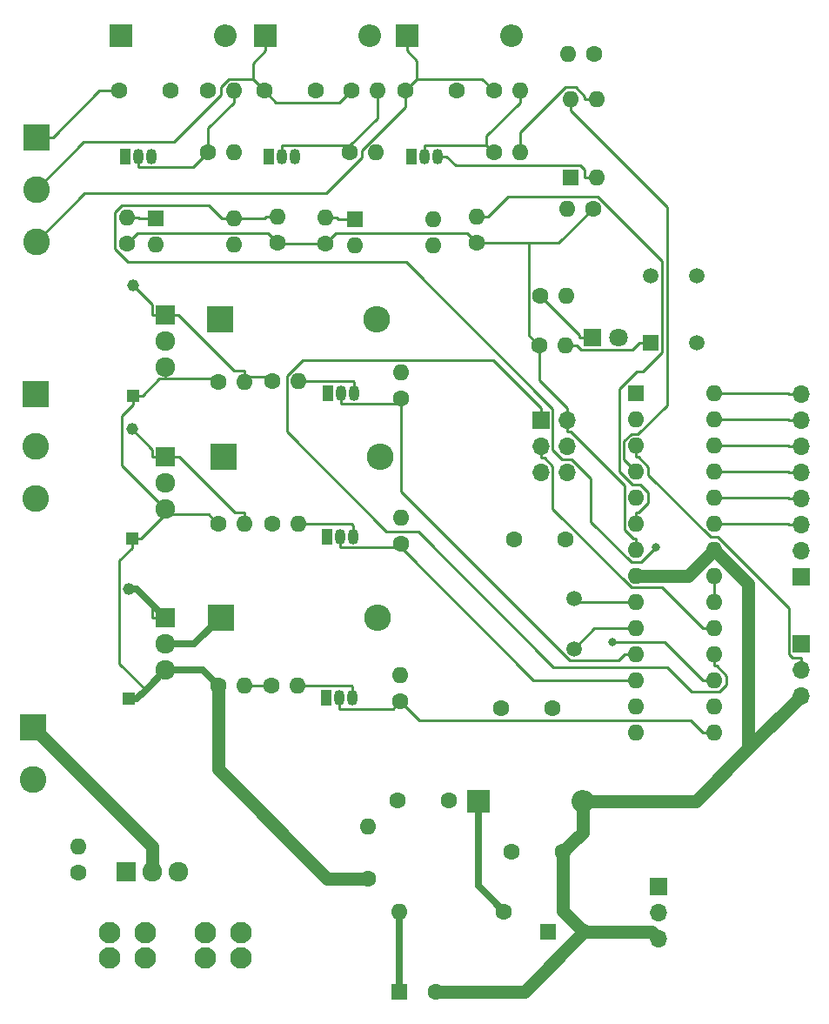
<source format=gbr>
%TF.GenerationSoftware,KiCad,Pcbnew,7.0.1*%
%TF.CreationDate,2023-05-14T18:13:28-07:00*%
%TF.ProjectId,BasicBitch328pThingy,42617369-6342-4697-9463-683332387054,rev?*%
%TF.SameCoordinates,Original*%
%TF.FileFunction,Copper,L2,Bot*%
%TF.FilePolarity,Positive*%
%FSLAX46Y46*%
G04 Gerber Fmt 4.6, Leading zero omitted, Abs format (unit mm)*
G04 Created by KiCad (PCBNEW 7.0.1) date 2023-05-14 18:13:28*
%MOMM*%
%LPD*%
G01*
G04 APERTURE LIST*
%TA.AperFunction,ComponentPad*%
%ADD10R,1.050000X1.500000*%
%TD*%
%TA.AperFunction,ComponentPad*%
%ADD11O,1.050000X1.500000*%
%TD*%
%TA.AperFunction,ComponentPad*%
%ADD12C,1.600000*%
%TD*%
%TA.AperFunction,ComponentPad*%
%ADD13O,1.600000X1.600000*%
%TD*%
%TA.AperFunction,ComponentPad*%
%ADD14R,2.600000X2.600000*%
%TD*%
%TA.AperFunction,ComponentPad*%
%ADD15C,2.600000*%
%TD*%
%TA.AperFunction,ComponentPad*%
%ADD16R,1.700000X1.700000*%
%TD*%
%TA.AperFunction,ComponentPad*%
%ADD17O,1.700000X1.700000*%
%TD*%
%TA.AperFunction,ComponentPad*%
%ADD18R,1.600000X1.600000*%
%TD*%
%TA.AperFunction,ComponentPad*%
%ADD19O,2.600000X2.600000*%
%TD*%
%TA.AperFunction,ComponentPad*%
%ADD20R,1.150000X1.150000*%
%TD*%
%TA.AperFunction,ComponentPad*%
%ADD21C,1.150000*%
%TD*%
%TA.AperFunction,ComponentPad*%
%ADD22R,1.500000X1.500000*%
%TD*%
%TA.AperFunction,ComponentPad*%
%ADD23C,1.500000*%
%TD*%
%TA.AperFunction,ComponentPad*%
%ADD24R,1.920000X1.920000*%
%TD*%
%TA.AperFunction,ComponentPad*%
%ADD25C,1.920000*%
%TD*%
%TA.AperFunction,ComponentPad*%
%ADD26R,1.800000X1.800000*%
%TD*%
%TA.AperFunction,ComponentPad*%
%ADD27C,1.800000*%
%TD*%
%TA.AperFunction,ComponentPad*%
%ADD28C,2.100000*%
%TD*%
%TA.AperFunction,ComponentPad*%
%ADD29R,2.200000X2.200000*%
%TD*%
%TA.AperFunction,ComponentPad*%
%ADD30O,2.200000X2.200000*%
%TD*%
%TA.AperFunction,ViaPad*%
%ADD31C,0.800000*%
%TD*%
%TA.AperFunction,Conductor*%
%ADD32C,0.250000*%
%TD*%
%TA.AperFunction,Conductor*%
%ADD33C,1.270000*%
%TD*%
%TA.AperFunction,Conductor*%
%ADD34C,0.635000*%
%TD*%
G04 APERTURE END LIST*
D10*
%TO.P,Q4,1,S*%
%TO.N,GND*%
X122231400Y-62823200D03*
D11*
%TO.P,Q4,2,G*%
%TO.N,Net-(D3-A)*%
X123501400Y-62823200D03*
%TO.P,Q4,3,D*%
%TO.N,Net-(Q4-D)*%
X124771400Y-62823200D03*
%TD*%
D12*
%TO.P,R12,1*%
%TO.N,Net-(Q7-Pad1)*%
X122529500Y-98617400D03*
D13*
%TO.P,R12,2*%
%TO.N,Net-(Q6-D)*%
X125069500Y-98617400D03*
%TD*%
D14*
%TO.P,P1,1,Pin_1*%
%TO.N,Net-(P1-Pin_1)*%
X99267300Y-118419900D03*
D15*
%TO.P,P1,2,Pin_2*%
%TO.N,GND*%
X99267300Y-123499900D03*
%TD*%
D16*
%TO.P,J4,1,Pin_1*%
%TO.N,D8*%
X174006800Y-103743400D03*
D17*
%TO.P,J4,2,Pin_2*%
%TO.N,D10*%
X174006800Y-101203400D03*
%TO.P,J4,3,Pin_3*%
%TO.N,A0*%
X174006800Y-98663400D03*
%TO.P,J4,4,Pin_4*%
%TO.N,A1*%
X174006800Y-96123400D03*
%TO.P,J4,5,Pin_5*%
%TO.N,A2*%
X174006800Y-93583400D03*
%TO.P,J4,6,Pin_6*%
%TO.N,A3*%
X174006800Y-91043400D03*
%TO.P,J4,7,Pin_7*%
%TO.N,A4*%
X174006800Y-88503400D03*
%TO.P,J4,8,Pin_8*%
%TO.N,A5*%
X174006800Y-85963400D03*
%TD*%
D12*
%TO.P,C5,1*%
%TO.N,Net-(IC1-~{SHUTDOWN}{slash}SOFT-START)*%
X145828600Y-130529000D03*
%TO.P,C5,2*%
%TO.N,GND*%
X150828600Y-130529000D03*
%TD*%
D18*
%TO.P,C7,1*%
%TO.N,+5V*%
X134946200Y-144099100D03*
D12*
%TO.P,C7,2*%
%TO.N,GND*%
X138446200Y-144099100D03*
%TD*%
%TO.P,R15,1*%
%TO.N,Net-(D7-K)*%
X148641100Y-76394400D03*
D13*
%TO.P,R15,2*%
%TO.N,GND*%
X151181100Y-76394400D03*
%TD*%
D14*
%TO.P,D2,1,K*%
%TO.N,/Output/Output*%
X117493300Y-78676900D03*
D19*
%TO.P,D2,2,A*%
%TO.N,GND*%
X132733300Y-78676900D03*
%TD*%
D20*
%TO.P,Z1,1*%
%TO.N,+VDC*%
X108992100Y-86114500D03*
D21*
%TO.P,Z1,2*%
%TO.N,Net-(Q3-Pad1)*%
X108992100Y-75414500D03*
%TD*%
D12*
%TO.P,R8,1*%
%TO.N,/Input2/Input*%
X144126800Y-56452900D03*
D13*
%TO.P,R8,2*%
%TO.N,Net-(D4-A)*%
X146666800Y-56452900D03*
%TD*%
D22*
%TO.P,S1,1,NO_1*%
%TO.N,Reset*%
X159376100Y-80957600D03*
D23*
%TO.P,S1,2,NO_2*%
%TO.N,unconnected-(S1-NO_2-Pad2)*%
X159376100Y-74457600D03*
%TO.P,S1,3,COM_1*%
%TO.N,GND*%
X163876100Y-80957600D03*
%TO.P,S1,4,COM_2*%
%TO.N,unconnected-(S1-COM_2-Pad4)*%
X163876100Y-74457600D03*
%TD*%
D12*
%TO.P,R23,1*%
%TO.N,+5V*%
X108389200Y-71333400D03*
D13*
%TO.P,R23,2*%
%TO.N,Net-(R23-Pad2)*%
X108389200Y-68793400D03*
%TD*%
D24*
%TO.P,Q10,1*%
%TO.N,Net-(Q10-Pad1)*%
X112151800Y-107751900D03*
D25*
%TO.P,Q10,2*%
%TO.N,/Output2/Output*%
X112151800Y-110291900D03*
%TO.P,Q10,3*%
%TO.N,+VDC*%
X112151800Y-112831900D03*
%TD*%
D18*
%TO.P,C6,1*%
%TO.N,+VDC*%
X149389100Y-138315000D03*
D12*
%TO.P,C6,2*%
%TO.N,GND*%
X152889100Y-138315000D03*
%TD*%
D24*
%TO.P,Q7,1*%
%TO.N,Net-(Q7-Pad1)*%
X112173000Y-92048800D03*
D25*
%TO.P,Q7,2*%
%TO.N,/Output1/Output*%
X112173000Y-94588800D03*
%TO.P,Q7,3*%
%TO.N,+VDC*%
X112173000Y-97128800D03*
%TD*%
D12*
%TO.P,R13,1*%
%TO.N,Net-(Q8-Pad1)*%
X103661100Y-132576500D03*
D13*
%TO.P,R13,2*%
%TO.N,GND*%
X103661100Y-130036500D03*
%TD*%
D12*
%TO.P,R11,1*%
%TO.N,+VDC*%
X117301200Y-98617400D03*
D13*
%TO.P,R11,2*%
%TO.N,Net-(Q7-Pad1)*%
X119841200Y-98617400D03*
%TD*%
D24*
%TO.P,Q3,1*%
%TO.N,Net-(Q3-Pad1)*%
X112126700Y-78247700D03*
D25*
%TO.P,Q3,2*%
%TO.N,/Output/Output*%
X112126700Y-80787700D03*
%TO.P,Q3,3*%
%TO.N,+VDC*%
X112126700Y-83327700D03*
%TD*%
D20*
%TO.P,Z3,1*%
%TO.N,+VDC*%
X108613400Y-115605500D03*
D21*
%TO.P,Z3,2*%
%TO.N,Net-(Q10-Pad1)*%
X108613400Y-104905500D03*
%TD*%
D12*
%TO.P,C1,1*%
%TO.N,/Input/Input*%
X107663600Y-56452900D03*
%TO.P,C1,2*%
%TO.N,GND*%
X112663600Y-56452900D03*
%TD*%
D18*
%TO.P,U4,1*%
%TO.N,Net-(R24-Pad2)*%
X130547400Y-68965700D03*
D13*
%TO.P,U4,2*%
%TO.N,Net-(Q4-D)*%
X130547400Y-71505700D03*
%TO.P,U4,3*%
%TO.N,GND*%
X138167400Y-71505700D03*
%TO.P,U4,4*%
%TO.N,Input2*%
X138167400Y-68965700D03*
%TD*%
D18*
%TO.P,U1,1,~{RESET}/PC6*%
%TO.N,Reset*%
X157950500Y-85892000D03*
D13*
%TO.P,U1,2,PD0*%
%TO.N,RXttl*%
X157950500Y-88432000D03*
%TO.P,U1,3,PD1*%
%TO.N,TXttl*%
X157950500Y-90972000D03*
%TO.P,U1,4,PD2*%
%TO.N,Input3*%
X157950500Y-93512000D03*
%TO.P,U1,5,PD3*%
%TO.N,Input1*%
X157950500Y-96052000D03*
%TO.P,U1,6,PD4*%
%TO.N,Input2*%
X157950500Y-98592000D03*
%TO.P,U1,7,VCC*%
%TO.N,+5V*%
X157950500Y-101132000D03*
%TO.P,U1,8,GND*%
%TO.N,GND*%
X157950500Y-103672000D03*
%TO.P,U1,9,XTAL1/PB6*%
%TO.N,Net-(U1-XTAL1{slash}PB6)*%
X157950500Y-106212000D03*
%TO.P,U1,10,XTAL2/PB7*%
%TO.N,Net-(U1-XTAL2{slash}PB7)*%
X157950500Y-108752000D03*
%TO.P,U1,11,PD5*%
%TO.N,Output1*%
X157950500Y-111292000D03*
%TO.P,U1,12,PD6*%
%TO.N,Output2*%
X157950500Y-113832000D03*
%TO.P,U1,13,PD7*%
%TO.N,LED*%
X157950500Y-116372000D03*
%TO.P,U1,14,PB0*%
%TO.N,D8*%
X157950500Y-118912000D03*
%TO.P,U1,15,PB1*%
%TO.N,Output3*%
X165570500Y-118912000D03*
%TO.P,U1,16,PB2*%
%TO.N,D10*%
X165570500Y-116372000D03*
%TO.P,U1,17,PB3*%
%TO.N,MOSI*%
X165570500Y-113832000D03*
%TO.P,U1,18,PB4*%
%TO.N,MISO*%
X165570500Y-111292000D03*
%TO.P,U1,19,PB5*%
%TO.N,SCK*%
X165570500Y-108752000D03*
%TO.P,U1,20,AVCC*%
%TO.N,+5V*%
X165570500Y-106212000D03*
%TO.P,U1,21,AREF*%
X165570500Y-103672000D03*
%TO.P,U1,22,GND*%
%TO.N,GND*%
X165570500Y-101132000D03*
%TO.P,U1,23,PC0*%
%TO.N,A0*%
X165570500Y-98592000D03*
%TO.P,U1,24,PC1*%
%TO.N,A1*%
X165570500Y-96052000D03*
%TO.P,U1,25,PC2*%
%TO.N,A2*%
X165570500Y-93512000D03*
%TO.P,U1,26,PC3*%
%TO.N,A3*%
X165570500Y-90972000D03*
%TO.P,U1,27,PC4*%
%TO.N,A4*%
X165570500Y-88432000D03*
%TO.P,U1,28,PC5*%
%TO.N,A5*%
X165570500Y-85892000D03*
%TD*%
D26*
%TO.P,D7,1,K*%
%TO.N,Net-(D7-K)*%
X153666000Y-80451800D03*
D27*
%TO.P,D7,2,A*%
%TO.N,LED*%
X156206000Y-80451800D03*
%TD*%
D16*
%TO.P,J1,1,Pin_1*%
%TO.N,+VDC*%
X160144200Y-133936100D03*
D17*
%TO.P,J1,2,Pin_2*%
%TO.N,+5V*%
X160144200Y-136476100D03*
%TO.P,J1,3,Pin_3*%
%TO.N,GND*%
X160144200Y-139016100D03*
%TD*%
D10*
%TO.P,Q6,1,S*%
%TO.N,GND*%
X127879000Y-99839800D03*
D11*
%TO.P,Q6,2,G*%
%TO.N,Output2*%
X129149000Y-99839800D03*
%TO.P,Q6,3,D*%
%TO.N,Net-(Q6-D)*%
X130419000Y-99839800D03*
%TD*%
D10*
%TO.P,Q2,1,S*%
%TO.N,GND*%
X127966500Y-85867900D03*
D11*
%TO.P,Q2,2,G*%
%TO.N,Output1*%
X129236500Y-85867900D03*
%TO.P,Q2,3,D*%
%TO.N,Net-(Q2-D)*%
X130506500Y-85867900D03*
%TD*%
D18*
%TO.P,U3,1*%
%TO.N,Net-(R23-Pad2)*%
X111168000Y-68889200D03*
D13*
%TO.P,U3,2*%
%TO.N,Net-(Q1-D)*%
X111168000Y-71429200D03*
%TO.P,U3,3*%
%TO.N,GND*%
X118788000Y-71429200D03*
%TO.P,U3,4*%
%TO.N,Input1*%
X118788000Y-68889200D03*
%TD*%
D12*
%TO.P,R25,1*%
%TO.N,+5V*%
X153755200Y-67926700D03*
D13*
%TO.P,R25,2*%
%TO.N,Net-(R25-Pad2)*%
X151215200Y-67926700D03*
%TD*%
D24*
%TO.P,Q8,1*%
%TO.N,Net-(Q8-Pad1)*%
X108280000Y-132418500D03*
D25*
%TO.P,Q8,2*%
%TO.N,Net-(P1-Pin_1)*%
X110820000Y-132418500D03*
%TO.P,Q8,3*%
%TO.N,Net-(Q8-Pad3)*%
X113360000Y-132418500D03*
%TD*%
D20*
%TO.P,Z2,1*%
%TO.N,+VDC*%
X108894000Y-100059500D03*
D21*
%TO.P,Z2,2*%
%TO.N,Net-(Q7-Pad1)*%
X108894000Y-89359500D03*
%TD*%
D12*
%TO.P,C3,1*%
%TO.N,/Input2/Input*%
X135489800Y-56452900D03*
%TO.P,C3,2*%
%TO.N,GND*%
X140489800Y-56452900D03*
%TD*%
%TO.P,R9,1*%
%TO.N,Net-(D4-A)*%
X144097800Y-62463200D03*
D13*
%TO.P,R9,2*%
%TO.N,GND*%
X146637800Y-62463200D03*
%TD*%
D28*
%TO.P,U2,1,1*%
%TO.N,+VDC*%
X119487100Y-138354600D03*
%TO.P,U2,2,2*%
X115987100Y-138354600D03*
%TO.P,U2,3,3*%
%TO.N,Net-(Q8-Pad3)*%
X110187100Y-138354600D03*
%TO.P,U2,4,4*%
X106687100Y-138354600D03*
%TO.P,U2,5,5*%
X106687100Y-140854600D03*
%TO.P,U2,6,6*%
X110187100Y-140854600D03*
%TO.P,U2,7,7*%
%TO.N,+VDC*%
X115987100Y-140854600D03*
%TO.P,U2,8,8*%
X119487100Y-140854600D03*
%TD*%
D10*
%TO.P,Q5,1,S*%
%TO.N,GND*%
X136105400Y-62823200D03*
D11*
%TO.P,Q5,2,G*%
%TO.N,Net-(D4-A)*%
X137375400Y-62823200D03*
%TO.P,Q5,3,D*%
%TO.N,Net-(Q5-D)*%
X138645400Y-62823200D03*
%TD*%
D16*
%TO.P,J3,1,Pin_1*%
%TO.N,MISO*%
X148671400Y-88472200D03*
D17*
%TO.P,J3,2,Pin_2*%
%TO.N,+5V*%
X151211400Y-88472200D03*
%TO.P,J3,3,Pin_3*%
%TO.N,SCK*%
X148671400Y-91012200D03*
%TO.P,J3,4,Pin_4*%
%TO.N,MOSI*%
X151211400Y-91012200D03*
%TO.P,J3,5,Pin_5*%
%TO.N,Reset*%
X148671400Y-93552200D03*
%TO.P,J3,6,Pin_6*%
%TO.N,GND*%
X151211400Y-93552200D03*
%TD*%
D14*
%TO.P,D5,1,K*%
%TO.N,/Output1/Output*%
X117768900Y-92079500D03*
D19*
%TO.P,D5,2,A*%
%TO.N,GND*%
X133008900Y-92079500D03*
%TD*%
D12*
%TO.P,R5,1*%
%TO.N,Net-(Q3-Pad1)*%
X122534200Y-84695500D03*
D13*
%TO.P,R5,2*%
%TO.N,Net-(Q2-D)*%
X125074200Y-84695500D03*
%TD*%
D12*
%TO.P,R1,1*%
%TO.N,/Input/Input*%
X116300600Y-56452900D03*
D13*
%TO.P,R1,2*%
%TO.N,Net-(D1-A)*%
X118840600Y-56452900D03*
%TD*%
D10*
%TO.P,Q9,1,S*%
%TO.N,GND*%
X127780000Y-115511100D03*
D11*
%TO.P,Q9,2,G*%
%TO.N,Output3*%
X129050000Y-115511100D03*
%TO.P,Q9,3,D*%
%TO.N,Net-(Q9-D)*%
X130320000Y-115511100D03*
%TD*%
D12*
%TO.P,R20,1*%
%TO.N,+5V*%
X123083900Y-71239000D03*
D13*
%TO.P,R20,2*%
%TO.N,Input1*%
X123083900Y-68699000D03*
%TD*%
D12*
%TO.P,C4,1*%
%TO.N,Net-(IC1-DELAY)*%
X134768500Y-125526600D03*
%TO.P,C4,2*%
%TO.N,GND*%
X139768500Y-125526600D03*
%TD*%
%TO.P,R4,1*%
%TO.N,+VDC*%
X117258100Y-84812700D03*
D13*
%TO.P,R4,2*%
%TO.N,Net-(Q3-Pad1)*%
X119798100Y-84812700D03*
%TD*%
D14*
%TO.P,Z4,1,Pin_1*%
%TO.N,/Input/Input*%
X99561700Y-60980800D03*
D15*
%TO.P,Z4,2,Pin_2*%
%TO.N,/Input1/Input*%
X99561700Y-66060800D03*
%TO.P,Z4,3,Pin_3*%
%TO.N,/Input2/Input*%
X99561700Y-71140800D03*
%TD*%
D12*
%TO.P,R21,1*%
%TO.N,+5V*%
X142445500Y-71260100D03*
D13*
%TO.P,R21,2*%
%TO.N,Input2*%
X142445500Y-68720100D03*
%TD*%
D12*
%TO.P,R7,1*%
%TO.N,Net-(D3-A)*%
X130106200Y-62463200D03*
D13*
%TO.P,R7,2*%
%TO.N,GND*%
X132646200Y-62463200D03*
%TD*%
D18*
%TO.P,U5,1*%
%TO.N,Net-(R25-Pad2)*%
X151546000Y-64849700D03*
D13*
%TO.P,U5,2*%
%TO.N,Net-(Q5-D)*%
X154086000Y-64849700D03*
%TO.P,U5,3*%
%TO.N,GND*%
X154086000Y-57229700D03*
%TO.P,U5,4*%
%TO.N,Input3*%
X151546000Y-57229700D03*
%TD*%
D29*
%TO.P,D1,1,K*%
%TO.N,/Input/Input*%
X107780800Y-51098700D03*
D30*
%TO.P,D1,2,A*%
%TO.N,Net-(D1-A)*%
X117940800Y-51098700D03*
%TD*%
D12*
%TO.P,R18,1*%
%TO.N,+VDC*%
X117254000Y-114325600D03*
D13*
%TO.P,R18,2*%
%TO.N,Net-(Q10-Pad1)*%
X119794000Y-114325600D03*
%TD*%
D12*
%TO.P,R19,1*%
%TO.N,Net-(Q10-Pad1)*%
X122464900Y-114325600D03*
D13*
%TO.P,R19,2*%
%TO.N,Net-(Q9-D)*%
X125004900Y-114325600D03*
%TD*%
D12*
%TO.P,C9,1*%
%TO.N,Net-(U1-XTAL2{slash}PB7)*%
X149827500Y-116521900D03*
%TO.P,C9,2*%
%TO.N,GND*%
X144827500Y-116521900D03*
%TD*%
%TO.P,R17,1*%
%TO.N,Output3*%
X135009900Y-115862800D03*
D13*
%TO.P,R17,2*%
%TO.N,GND*%
X135009900Y-113322800D03*
%TD*%
D29*
%TO.P,D4,1,K*%
%TO.N,/Input2/Input*%
X135649100Y-51098700D03*
D30*
%TO.P,D4,2,A*%
%TO.N,Net-(D4-A)*%
X145809100Y-51098700D03*
%TD*%
D16*
%TO.P,J2,1,Pin_1*%
%TO.N,RXttl*%
X174006800Y-110277800D03*
D17*
%TO.P,J2,2,Pin_2*%
%TO.N,TXttl*%
X174006800Y-112817800D03*
%TO.P,J2,3,Pin_3*%
%TO.N,GND*%
X174006800Y-115357800D03*
%TD*%
D12*
%TO.P,C2,1*%
%TO.N,/Input1/Input*%
X121772100Y-56452900D03*
%TO.P,C2,2*%
%TO.N,GND*%
X126772100Y-56452900D03*
%TD*%
D14*
%TO.P,Z5,1,Pin_1*%
%TO.N,/Output/Output*%
X99515000Y-85987000D03*
D15*
%TO.P,Z5,2,Pin_2*%
%TO.N,/Output1/Output*%
X99515000Y-91067000D03*
%TO.P,Z5,3,Pin_3*%
%TO.N,/Output2/Output*%
X99515000Y-96147000D03*
%TD*%
D12*
%TO.P,R10,1*%
%TO.N,Output2*%
X135070000Y-100543300D03*
D13*
%TO.P,R10,2*%
%TO.N,GND*%
X135070000Y-98003300D03*
%TD*%
D12*
%TO.P,R22,1*%
%TO.N,+5V*%
X153853200Y-52890000D03*
D13*
%TO.P,R22,2*%
%TO.N,Input3*%
X151313200Y-52890000D03*
%TD*%
D12*
%TO.P,R24,1*%
%TO.N,+5V*%
X127677500Y-71361100D03*
D13*
%TO.P,R24,2*%
%TO.N,Net-(R24-Pad2)*%
X127677500Y-68821100D03*
%TD*%
D29*
%TO.P,D3,1,K*%
%TO.N,/Input1/Input*%
X121887900Y-51098700D03*
D30*
%TO.P,D3,2,A*%
%TO.N,Net-(D3-A)*%
X132047900Y-51098700D03*
%TD*%
D12*
%TO.P,L1,1,1*%
%TO.N,Net-(D6-K)*%
X145098200Y-136326100D03*
D13*
%TO.P,L1,2,2*%
%TO.N,+5V*%
X134938200Y-136326100D03*
%TD*%
D12*
%TO.P,R14,1*%
%TO.N,+VDC*%
X131826200Y-133138800D03*
D13*
%TO.P,R14,2*%
%TO.N,Net-(IC1-ERROR_FLAG)*%
X131826200Y-128058800D03*
%TD*%
D10*
%TO.P,Q1,1,S*%
%TO.N,GND*%
X108201100Y-62823200D03*
D11*
%TO.P,Q1,2,G*%
%TO.N,Net-(D1-A)*%
X109471100Y-62823200D03*
%TO.P,Q1,3,D*%
%TO.N,Net-(Q1-D)*%
X110741100Y-62823200D03*
%TD*%
D12*
%TO.P,R16,1*%
%TO.N,+5V*%
X148507800Y-81261100D03*
D13*
%TO.P,R16,2*%
%TO.N,Reset*%
X151047800Y-81261100D03*
%TD*%
D12*
%TO.P,C8,1*%
%TO.N,Net-(U1-XTAL1{slash}PB6)*%
X151058000Y-100102700D03*
%TO.P,C8,2*%
%TO.N,GND*%
X146058000Y-100102700D03*
%TD*%
D14*
%TO.P,D8,1,K*%
%TO.N,/Output2/Output*%
X117525000Y-107691500D03*
D19*
%TO.P,D8,2,A*%
%TO.N,GND*%
X132765000Y-107691500D03*
%TD*%
D29*
%TO.P,D6,1,K*%
%TO.N,Net-(D6-K)*%
X142583000Y-125604700D03*
D30*
%TO.P,D6,2,A*%
%TO.N,GND*%
X152743000Y-125604700D03*
%TD*%
D23*
%TO.P,Y1,1,1*%
%TO.N,Net-(U1-XTAL1{slash}PB6)*%
X151906200Y-105860600D03*
%TO.P,Y1,2,2*%
%TO.N,Net-(U1-XTAL2{slash}PB7)*%
X151906200Y-110740600D03*
%TD*%
D12*
%TO.P,R2,1*%
%TO.N,Net-(D1-A)*%
X116310700Y-62463200D03*
D13*
%TO.P,R2,2*%
%TO.N,GND*%
X118850700Y-62463200D03*
%TD*%
D12*
%TO.P,R6,1*%
%TO.N,/Input1/Input*%
X130213700Y-56452900D03*
D13*
%TO.P,R6,2*%
%TO.N,Net-(D3-A)*%
X132753700Y-56452900D03*
%TD*%
D12*
%TO.P,R3,1*%
%TO.N,Output1*%
X135079100Y-86376000D03*
D13*
%TO.P,R3,2*%
%TO.N,GND*%
X135079100Y-83836000D03*
%TD*%
D31*
%TO.N,Input1*%
X159875400Y-100858600D03*
%TO.N,MOSI*%
X155680000Y-110092000D03*
%TD*%
D32*
%TO.N,/Input/Input*%
X99561700Y-60980800D02*
X101187000Y-60980800D01*
X101187000Y-60980800D02*
X105715000Y-56452900D01*
X105715000Y-56452900D02*
X107663600Y-56452900D01*
%TO.N,GND*%
X146637800Y-62463200D02*
X146637800Y-60521800D01*
D33*
X159443000Y-138315000D02*
X160144000Y-139016000D01*
D32*
X152057300Y-56093000D02*
X152960900Y-56996600D01*
D33*
X152889100Y-138315000D02*
X159443000Y-138315000D01*
X168897000Y-104458000D02*
X168897000Y-120468000D01*
X151786000Y-129572000D02*
X150829000Y-130529000D01*
X150829000Y-131757500D02*
X150829000Y-136254000D01*
D32*
X152960900Y-56996600D02*
X152960900Y-57229700D01*
X151066600Y-56093000D02*
X152057300Y-56093000D01*
D33*
X150829000Y-136254000D02*
X152889000Y-138315000D01*
X168897000Y-120468000D02*
X163760000Y-125605000D01*
X168897000Y-120468000D02*
X174007000Y-115358000D01*
X152743000Y-125605000D02*
X152743000Y-128615000D01*
X163760000Y-125605000D02*
X152743300Y-125605000D01*
X150829000Y-130529000D02*
X150829000Y-131757500D01*
X165571000Y-101132000D02*
X168897000Y-104458000D01*
D32*
X146637800Y-60521800D02*
X151066600Y-56093000D01*
X150829000Y-131757500D02*
X150828600Y-131757100D01*
D33*
X147105000Y-144099000D02*
X152889000Y-138315000D01*
X157951000Y-103672000D02*
X163031000Y-103672000D01*
X152743000Y-128615000D02*
X151786000Y-129572000D01*
D32*
X151786000Y-129572000D02*
X150829000Y-130529000D01*
X150828600Y-131757100D02*
X150828600Y-130529000D01*
D33*
X138446300Y-144099000D02*
X147105000Y-144099000D01*
X163031000Y-103672000D02*
X165570800Y-101132200D01*
D32*
X154086000Y-57229700D02*
X152960900Y-57229700D01*
%TO.N,/Input1/Input*%
X121772000Y-56452900D02*
X120644000Y-55325000D01*
X122905000Y-57585500D02*
X121772000Y-56452900D01*
X129081000Y-57585500D02*
X122905000Y-57585500D01*
X104192000Y-61431000D02*
X99561700Y-66060800D01*
X117571000Y-56058400D02*
X117571000Y-56835700D01*
X121888000Y-52523800D02*
X120644000Y-53767500D01*
X118304000Y-55325000D02*
X117571000Y-56058400D01*
X120644000Y-53767500D02*
X120644000Y-55325000D01*
X130213800Y-56453000D02*
X129081000Y-57585500D01*
X112975000Y-61431000D02*
X104192000Y-61431000D01*
X121888000Y-51811200D02*
X121888000Y-52523800D01*
X117571000Y-56835700D02*
X112975000Y-61431000D01*
X120644000Y-55325000D02*
X118304000Y-55325000D01*
%TO.N,/Input2/Input*%
X142986000Y-55311600D02*
X144126900Y-56452800D01*
X135649000Y-51811200D02*
X135649000Y-52523800D01*
X135649000Y-52523800D02*
X136631000Y-53505800D01*
X135490000Y-58028300D02*
X131255000Y-62262800D01*
X136631000Y-53505800D02*
X136631000Y-55311600D01*
X131255000Y-62262800D02*
X131255000Y-62978500D01*
X104278000Y-66424300D02*
X99561700Y-71140800D01*
X131255000Y-62978500D02*
X127810000Y-66424300D01*
X135490000Y-56452900D02*
X135490000Y-58028300D01*
X127810000Y-66424300D02*
X104278000Y-66424300D01*
X136631000Y-55311600D02*
X135490000Y-56452900D01*
X136631000Y-55311600D02*
X142986000Y-55311600D01*
%TO.N,+VDC*%
X112173000Y-97669400D02*
X116353000Y-97669400D01*
D34*
X108613400Y-115606000D02*
X109378000Y-115606000D01*
D32*
X108992000Y-87014600D02*
X107935000Y-88071800D01*
X112127000Y-84444900D02*
X116890000Y-84444900D01*
D33*
X117254000Y-122496000D02*
X117254000Y-114326000D01*
D34*
X113956000Y-112832000D02*
X115760000Y-112832000D01*
D32*
X108992000Y-86114500D02*
X108992000Y-87014600D01*
D34*
X109378000Y-115606000D02*
X110235000Y-114749000D01*
X110235000Y-114749000D02*
X112152000Y-112832000D01*
D32*
X107935000Y-92890700D02*
X112173000Y-97128800D01*
X109794000Y-100060000D02*
X109794000Y-100048000D01*
D34*
X112152000Y-112832000D02*
X113956000Y-112832000D01*
D32*
X108894000Y-100060000D02*
X109794000Y-100060000D01*
X108894000Y-100960000D02*
X108894000Y-100060000D01*
X110235000Y-114749000D02*
X107679000Y-112193000D01*
X116353000Y-97669400D02*
X116827000Y-98143400D01*
X107679000Y-102175000D02*
X108894000Y-100960000D01*
X112127000Y-84444900D02*
X111562000Y-84444900D01*
X113956000Y-112832000D02*
X112152000Y-112832000D01*
D34*
X115760000Y-112832000D02*
X116507000Y-113579000D01*
D33*
X131826000Y-133139000D02*
X127897000Y-133139000D01*
D32*
X112127000Y-84444900D02*
X112127000Y-83886300D01*
X107935000Y-88071800D02*
X107935000Y-92890700D01*
X109794000Y-100048000D02*
X112173000Y-97669400D01*
X109892000Y-86114500D02*
X108992100Y-86114500D01*
D33*
X127897000Y-133139000D02*
X117254000Y-122496000D01*
D32*
X116507000Y-113579000D02*
X117253800Y-114325800D01*
X111562000Y-84444900D02*
X109892000Y-86114500D01*
D34*
X116507000Y-113579000D02*
X117253800Y-114325800D01*
D32*
X107679000Y-112193000D02*
X107679000Y-102175000D01*
%TO.N,+5V*%
X148009500Y-80762700D02*
X148507800Y-81261000D01*
X127677500Y-71361100D02*
X123206000Y-71361100D01*
X148508000Y-81261100D02*
X148009500Y-80762700D01*
X156825000Y-99163200D02*
X156825000Y-94896100D01*
X148508000Y-84593500D02*
X148508000Y-81261100D01*
X157950000Y-100007000D02*
X157669000Y-100007000D01*
X141514000Y-70329100D02*
X128710000Y-70329100D01*
X108389000Y-71333400D02*
X108908500Y-70813800D01*
D34*
X134946000Y-144099000D02*
X134946000Y-136334000D01*
D32*
X148009500Y-80762700D02*
X147511000Y-80264300D01*
X122139000Y-70294200D02*
X123084000Y-71239000D01*
X150422000Y-71260100D02*
X147511000Y-71260100D01*
X157669000Y-100007000D02*
X156825000Y-99163200D01*
X156825000Y-94896100D02*
X151577000Y-89647300D01*
X147511000Y-80264300D02*
X147511000Y-71260100D01*
X153755000Y-67926700D02*
X150422000Y-71260100D01*
X147511000Y-71260100D02*
X142446000Y-71260100D01*
X128710000Y-70329100D02*
X127678000Y-71361100D01*
X151211000Y-87297100D02*
X148508000Y-84593500D01*
X151211000Y-89647300D02*
X151211000Y-88472200D01*
X151211000Y-88472200D02*
X151211000Y-87297100D01*
X108908500Y-70813800D02*
X109428000Y-70294200D01*
X151577000Y-89647300D02*
X151211000Y-89647300D01*
X142445700Y-71259900D02*
X141514000Y-70329100D01*
X157950000Y-101132000D02*
X157950000Y-100007000D01*
X108908500Y-70813800D02*
X108389200Y-71333100D01*
X165570000Y-103672000D02*
X165570000Y-105577000D01*
X109428000Y-70294200D02*
X122139000Y-70294200D01*
%TO.N,Net-(U1-XTAL1{slash}PB6)*%
X157950500Y-106212000D02*
X152257600Y-106212000D01*
%TO.N,Net-(U1-XTAL2{slash}PB7)*%
X157950500Y-108752000D02*
X153894800Y-108752000D01*
X153894800Y-108752000D02*
X151906200Y-110740600D01*
%TO.N,Net-(D1-A)*%
X118841000Y-57578000D02*
X118841000Y-56452900D01*
X109471000Y-63360700D02*
X109471000Y-63898300D01*
X116311000Y-60107900D02*
X118841000Y-57578000D01*
X114876000Y-63898300D02*
X116310900Y-62463300D01*
X116311000Y-62463200D02*
X116311000Y-60107900D01*
X109471000Y-63898300D02*
X114876000Y-63898300D01*
%TO.N,Net-(D3-A)*%
X123501000Y-61748100D02*
X130106000Y-61748100D01*
X132754000Y-59100600D02*
X132754000Y-56452900D01*
X123501000Y-62285600D02*
X123501000Y-61748100D01*
X130106000Y-61748100D02*
X132754000Y-59100600D01*
X130106000Y-62105600D02*
X130106000Y-61748100D01*
%TO.N,Net-(D4-A)*%
X137375000Y-61748100D02*
X143383000Y-61748100D01*
X143383000Y-60862100D02*
X143383000Y-61748100D01*
X137375000Y-62285600D02*
X137375000Y-61748100D01*
X144097900Y-62463100D02*
X143383000Y-61748100D01*
X146667000Y-57015400D02*
X146667000Y-57578000D01*
X146667000Y-57578000D02*
X143383000Y-60862100D01*
%TO.N,Net-(D6-K)*%
X143841000Y-135068000D02*
X144469500Y-135697000D01*
X144469500Y-135697000D02*
X145098000Y-136326000D01*
D34*
X145098000Y-136326000D02*
X143840000Y-135068000D01*
D32*
X144469500Y-135697000D02*
X145098200Y-136325700D01*
D34*
X143840000Y-135068000D02*
X142583000Y-133811000D01*
D32*
X143840000Y-135068000D02*
X143841000Y-135068000D01*
D34*
X142583000Y-133811000D02*
X142583000Y-125605000D01*
D32*
%TO.N,Net-(D7-K)*%
X152441000Y-80194200D02*
X148641100Y-76394400D01*
X152441000Y-80451800D02*
X152441000Y-80194200D01*
X153666000Y-80451800D02*
X152441000Y-80451800D01*
D34*
%TO.N,/Output2/Output*%
X114925000Y-110292000D02*
X117525000Y-107692000D01*
X112152000Y-110292000D02*
X114925000Y-110292000D01*
D32*
%TO.N,TXttl*%
X165193000Y-99862000D02*
X159140000Y-93809600D01*
X173199000Y-111643000D02*
X172832000Y-111276000D01*
X172832000Y-106772000D02*
X165922000Y-99862000D01*
X158184000Y-92097100D02*
X157950000Y-92097100D01*
X174007000Y-111643000D02*
X173199000Y-111643000D01*
X174007000Y-112230500D02*
X174007000Y-111643000D01*
X159140000Y-93053800D02*
X158184000Y-92097100D01*
X165922000Y-99862000D02*
X165193000Y-99862000D01*
X159140000Y-93809600D02*
X159140000Y-93053800D01*
X172832000Y-111276000D02*
X172832000Y-106772000D01*
X157950000Y-92097100D02*
X157950000Y-91534500D01*
D33*
%TO.N,Net-(P1-Pin_1)*%
X110820000Y-129973000D02*
X99267300Y-118420000D01*
X110820000Y-132418000D02*
X110820000Y-129973000D01*
D32*
%TO.N,Input1*%
X153574400Y-98392100D02*
X153574400Y-94205800D01*
X107245400Y-68281000D02*
X107902900Y-67623500D01*
X159875400Y-100858600D02*
X158428500Y-102305500D01*
X135546100Y-73127200D02*
X108522600Y-73127200D01*
X153574400Y-94205800D02*
X151650800Y-92282200D01*
X150742500Y-92282200D02*
X149846600Y-91386300D01*
X107902900Y-67623500D02*
X116397200Y-67623500D01*
X149846600Y-91386300D02*
X149846600Y-87427700D01*
X107245400Y-71850000D02*
X107245400Y-68281000D01*
X121768600Y-68889200D02*
X121958800Y-68699000D01*
X116397200Y-67623500D02*
X117662900Y-68889200D01*
X158428500Y-102305500D02*
X157487800Y-102305500D01*
X118788000Y-68889200D02*
X117662900Y-68889200D01*
X123083900Y-68699000D02*
X121958800Y-68699000D01*
X151650800Y-92282200D02*
X150742500Y-92282200D01*
X157487800Y-102305500D02*
X153574400Y-98392100D01*
X149846600Y-87427700D02*
X135546100Y-73127200D01*
X118788000Y-68889200D02*
X121768600Y-68889200D01*
X108522600Y-73127200D02*
X107245400Y-71850000D01*
%TO.N,Output1*%
X151494000Y-111848800D02*
X135079100Y-95433900D01*
X135079100Y-86943000D02*
X129236500Y-86943000D01*
X129236500Y-85867900D02*
X129236500Y-86943000D01*
X156268600Y-111848800D02*
X151494000Y-111848800D01*
X135079100Y-95433900D02*
X135079100Y-86943000D01*
X157950500Y-111292000D02*
X156825400Y-111292000D01*
X156825400Y-111292000D02*
X156268600Y-111848800D01*
%TO.N,Net-(Q2-D)*%
X125074200Y-84695500D02*
X130409000Y-84695500D01*
X130409000Y-84695500D02*
X130506000Y-84792800D01*
X130506000Y-84792800D02*
X130506000Y-85330300D01*
%TO.N,Net-(Q3-Pad1)*%
X118852000Y-83687600D02*
X119798000Y-83687600D01*
X110842000Y-77264000D02*
X109916900Y-76339200D01*
X112127000Y-78247700D02*
X113412000Y-78247700D01*
X110842000Y-78247700D02*
X110842000Y-77264000D01*
X113412000Y-78247700D02*
X118852000Y-83687600D01*
X109916900Y-76339200D02*
X108992000Y-75414500D01*
X119798000Y-83687600D02*
X119798000Y-84250100D01*
X109916900Y-76339200D02*
X109916800Y-76339200D01*
X119798100Y-84250100D02*
X122088800Y-84250100D01*
X109916800Y-76339200D02*
X108992100Y-75414500D01*
X111606000Y-78247700D02*
X110842000Y-78247700D01*
%TO.N,Input2*%
X160451300Y-81918500D02*
X160451300Y-72977700D01*
X160451300Y-72977700D02*
X154247400Y-66773800D01*
X158611600Y-83758200D02*
X160451300Y-81918500D01*
X159123100Y-95557700D02*
X158347400Y-94782000D01*
X157563000Y-94782000D02*
X156291800Y-93510800D01*
X158231800Y-97466900D02*
X159123100Y-96575600D01*
X157950500Y-97466900D02*
X158231800Y-97466900D01*
X142445500Y-68720100D02*
X143570600Y-68720100D01*
X154247400Y-66773800D02*
X145516900Y-66773800D01*
X156291800Y-85464600D02*
X157998200Y-83758200D01*
X157950500Y-98592000D02*
X157950500Y-97466900D01*
X157998200Y-83758200D02*
X158611600Y-83758200D01*
X158347400Y-94782000D02*
X157563000Y-94782000D01*
X145516900Y-66773800D02*
X143570600Y-68720100D01*
X159123100Y-96575600D02*
X159123100Y-95557700D01*
X156291800Y-93510800D02*
X156291800Y-85464600D01*
%TO.N,Input3*%
X160941600Y-67750400D02*
X160941600Y-87037000D01*
X156788800Y-90530200D02*
X156788800Y-92350300D01*
X151546000Y-58354800D02*
X160941600Y-67750400D01*
X160941600Y-87037000D02*
X158131800Y-89846800D01*
X157472200Y-89846800D02*
X156788800Y-90530200D01*
X158131800Y-89846800D02*
X157472200Y-89846800D01*
X156788800Y-92350300D02*
X157950500Y-93512000D01*
X151546000Y-57229700D02*
X151546000Y-58354800D01*
%TO.N,Output2*%
X135070000Y-100914900D02*
X129149000Y-100914900D01*
X147987100Y-113832000D02*
X135070000Y-100914900D01*
X129149000Y-99839800D02*
X129149000Y-100914900D01*
X157950500Y-113832000D02*
X147987100Y-113832000D01*
%TO.N,Net-(Q6-D)*%
X130419000Y-98764700D02*
X130419000Y-99839800D01*
X125070000Y-98617400D02*
X130272000Y-98617400D01*
X130272000Y-98617400D02*
X130419000Y-98764700D01*
%TO.N,Net-(Q7-Pad1)*%
X112173000Y-92048800D02*
X113458000Y-92048800D01*
X110888000Y-91353400D02*
X108894000Y-89359500D01*
X110888000Y-92048800D02*
X110888000Y-91353400D01*
X119841000Y-97492300D02*
X119841000Y-98617400D01*
X113458000Y-92048800D02*
X118902000Y-97492300D01*
X111653000Y-92048800D02*
X110888000Y-92048800D01*
X118902000Y-97492300D02*
X119841000Y-97492300D01*
%TO.N,Output3*%
X134648000Y-116224500D02*
X134286000Y-116586000D01*
X136861400Y-117714300D02*
X163247700Y-117714300D01*
X135009900Y-115862800D02*
X136861400Y-117714300D01*
X129050000Y-116586000D02*
X129050000Y-115511100D01*
X134286000Y-116586000D02*
X129050000Y-116586000D01*
X163247700Y-117714300D02*
X164445400Y-118912000D01*
X165570500Y-118912000D02*
X164445400Y-118912000D01*
%TO.N,Net-(Q9-D)*%
X130210000Y-114326000D02*
X130320000Y-114436000D01*
X125005000Y-114326000D02*
X130210000Y-114326000D01*
X130320000Y-114436000D02*
X130320000Y-115511000D01*
%TO.N,Net-(Q10-Pad1)*%
X122464500Y-114326000D02*
X119794400Y-114326000D01*
D34*
X108614000Y-104906000D02*
X109305000Y-104906000D01*
X110867000Y-106467900D02*
X112152000Y-107752000D01*
X110728000Y-106329000D02*
X110867000Y-106467900D01*
D32*
X110867000Y-106467900D02*
X110867000Y-106467000D01*
X110867000Y-106467000D02*
X110728000Y-106329000D01*
X112151800Y-107752000D02*
X110867000Y-107752000D01*
D34*
X109305000Y-104906000D02*
X110728000Y-106329000D01*
D32*
X110867000Y-107752000D02*
X110867000Y-106467900D01*
%TO.N,Reset*%
X152589000Y-81677000D02*
X152173000Y-81261100D01*
X157582000Y-81677000D02*
X152589000Y-81677000D01*
X159376000Y-80957600D02*
X158301000Y-80957600D01*
X158301000Y-80957600D02*
X157582000Y-81677000D01*
X152173000Y-81261100D02*
X151048000Y-81261100D01*
%TO.N,MOSI*%
X165570000Y-113832000D02*
X164445000Y-113832000D01*
X160706000Y-110092000D02*
X155680000Y-110092000D01*
X164445000Y-113832000D02*
X160706000Y-110092000D01*
%TO.N,MISO*%
X148671400Y-87297100D02*
X148671400Y-88472200D01*
X123949200Y-89652715D02*
X123949200Y-84210584D01*
X166752700Y-114261600D02*
X166054800Y-114959500D01*
X136742464Y-99371914D02*
X133668399Y-99371914D01*
X163368800Y-114959500D02*
X160971300Y-112562000D01*
X123949200Y-84210584D02*
X125466184Y-82693600D01*
X144067900Y-82693600D02*
X148671400Y-87297100D01*
X133668399Y-99371914D02*
X123949200Y-89652715D01*
X149932550Y-112562000D02*
X136742464Y-99371914D01*
X165570500Y-111292000D02*
X165570500Y-112417100D01*
X166752700Y-113366200D02*
X166752700Y-114261600D01*
X125466184Y-82693600D02*
X144067900Y-82693600D01*
X160971300Y-112562000D02*
X149932550Y-112562000D01*
X165570500Y-112417100D02*
X165803600Y-112417100D01*
X166054800Y-114959500D02*
X163368800Y-114959500D01*
X165803600Y-112417100D02*
X166752700Y-113366200D01*
%TO.N,SCK*%
X149846000Y-92995100D02*
X149846000Y-97169500D01*
X148671000Y-92187300D02*
X149039000Y-92187300D01*
X148671000Y-91599700D02*
X148671000Y-92187300D01*
X157474000Y-104797000D02*
X160490000Y-104797000D01*
X164445000Y-108752000D02*
X165570000Y-108752000D01*
X149039000Y-92187300D02*
X149846000Y-92995100D01*
X160490000Y-104797000D02*
X164445000Y-108752000D01*
X149846000Y-97169500D02*
X157474000Y-104797000D01*
%TO.N,A0*%
X165570500Y-98592000D02*
X172760000Y-98592000D01*
X172760000Y-98592000D02*
X172832000Y-98663400D01*
X172832000Y-98663400D02*
X174006800Y-98663400D01*
%TO.N,A1*%
X172760000Y-96052000D02*
X172832000Y-96123400D01*
X165570500Y-96052000D02*
X172760000Y-96052000D01*
X172832000Y-96123400D02*
X174006800Y-96123400D01*
%TO.N,A2*%
X165570500Y-93512000D02*
X172760000Y-93512000D01*
X172832000Y-93583400D02*
X174006800Y-93583400D01*
X172760000Y-93512000D02*
X172832000Y-93583400D01*
%TO.N,A3*%
X172832000Y-91043400D02*
X174006800Y-91043400D01*
X172760000Y-90972000D02*
X172832000Y-91043400D01*
X165570500Y-90972000D02*
X172760000Y-90972000D01*
%TO.N,A4*%
X172760000Y-88432000D02*
X172832000Y-88503400D01*
X165570500Y-88432000D02*
X172760000Y-88432000D01*
X172832000Y-88503400D02*
X174006800Y-88503400D01*
%TO.N,A5*%
X172760000Y-85892000D02*
X172832000Y-85963400D01*
X165570500Y-85892000D02*
X172760000Y-85892000D01*
X172832000Y-85963400D02*
X174006800Y-85963400D01*
%TO.N,Net-(Q5-D)*%
X154086000Y-64849700D02*
X152961000Y-64849700D01*
X139496000Y-62823200D02*
X138645400Y-62823200D01*
X140397000Y-63724600D02*
X139496000Y-62823200D01*
X152961000Y-64146500D02*
X152539000Y-63724600D01*
X152961000Y-64849700D02*
X152961000Y-64146500D01*
X152539000Y-63724600D02*
X140397000Y-63724600D01*
%TO.N,Net-(R23-Pad2)*%
X111168000Y-68889200D02*
X109610000Y-68889200D01*
X109610000Y-68889200D02*
X109514000Y-68793400D01*
X109514000Y-68793400D02*
X108389200Y-68793400D01*
%TO.N,Net-(R24-Pad2)*%
X127678000Y-68821100D02*
X128803000Y-68821100D01*
X128947000Y-68965700D02*
X130547000Y-68965700D01*
X128803000Y-68821100D02*
X128947000Y-68965700D01*
%TD*%
M02*

</source>
